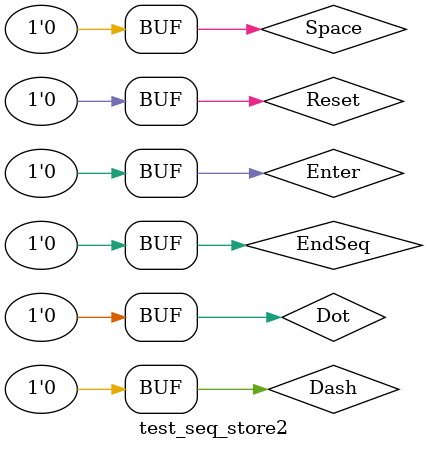
<source format=v>
`timescale 1ns / 1ps

module test_seq_store2();
    reg Dot, Dash, Space, EndSeq, Enter;
    wire [2:0] Signals;
    morse_code_encoder MCE(Dot, Dash, Space, EndSeq, Signals);
    reg Clear, Reset;
    wire [9:0] EncSeq;
    wire Space_EndSeqbar, SentFlagPP;
    sequence_producer SP (Signals, Clear, Reset, EncSeq, Space_EndSeqbar, SentFlagPP);
    wire sentFlagSS;
    wire [9:0] FirstSeq, SecSeq;
    sequence_separator SS ( EncSeq, Space_EndSeqbar, SentFlagPP, sentFlagSS, FirstSeq, SecSeq);
    wire [159:0] store_seqs;
    sequence_storage SeqStor (Reset, Enter, sentFlagSS, FirstSeq, SecSeq, store_seqs);
    wire [127:0] translated_characters;
    sequence_translator M_Translator(store_seqs, translated_characters);
    
    initial begin
        Reset = 1'b1; #10
        Reset = 1'b0; #10
        
        //Input sequence will be "ABCD 0"
        
        //Input A
        Dot = 1'b1; #10
        Dot = 1'b0; #10
        
        Dash = 1'b1; #10
        Dash = 1'b0; #10
        
        EndSeq = 1'b1; #10
        EndSeq = 1'b0; #10
        
        //Input B
        Dash = 1'b1; #10
        Dash = 1'b0; #10
        
        Dot = 1'b1; #10
        Dot = 1'b0; #10
        
        Dot = 1'b1; #10
        Dot = 1'b0; #10
        
        Dot = 1'b1; #10
        Dot = 1'b0; #10
        
        EndSeq = 1'b1; #10
        EndSeq = 1'b0; #10
        
        //Input Space
        Space = 1'b1; #10
        Space = 1'b0; #10
        
        //Input C
        Dash = 1'b1; #10
        Dash = 1'b0; #10
        
        Dot = 1'b1; #10
        Dot = 1'b0; #10
        
        Dash = 1'b1; #10
        Dash = 1'b0; #10
        
        Dot = 1'b1; #10
        Dot = 1'b0; #10
        
        EndSeq = 1'b1; #10
        EndSeq = 1'b0; #10
        
        //Input D
        Dash = 1'b1; #10
        Dash = 1'b0; #10
        
        Dot = 1'b1; #10
        Dot = 1'b0; #10
        
        Dot = 1'b1; #10
        Dot = 1'b0; #10
        
        EndSeq = 1'b1; #10
        EndSeq = 1'b0; #10
        
        //Input 1
        Dot = 1'b1; #10
        Dot = 1'b0; #10
        
        Dash = 1'b1; #10
        Dash = 1'b0; #10
        
        Dash = 1'b1; #10
        Dash = 1'b0; #10
        
        Dash = 1'b1; #10
        Dash = 1'b0; #10
        
        Dash = 1'b1; #10
        Dash = 1'b0; #10
        
        EndSeq = 1'b1; #10
        EndSeq = 1'b0; #10

        //Input E
        Dot = 1'b1; #10
        Dot = 1'b0; #10
        
        EndSeq = 1'b1; #10
        EndSeq = 1'b0; #10
        
        //Input E
        Dot = 1'b1; #10
        Dot = 1'b0; #10
        
        EndSeq = 1'b1; #10
        EndSeq = 1'b0; #10
        
        //Input E
        Dot = 1'b1; #10
        Dot = 1'b0; #10
        
        EndSeq = 1'b1; #10
        EndSeq = 1'b0; #10
        
        //Input E
        Dot = 1'b1; #10
        Dot = 1'b0; #10
        
        EndSeq = 1'b1; #10
        EndSeq = 1'b0; #10
        
        //Input E
        Dot = 1'b1; #10
        Dot = 1'b0; #10
        
        EndSeq = 1'b1; #10
        EndSeq = 1'b0; #10
        
        //Input E
        Dot = 1'b1; #10
        Dot = 1'b0; #10
        
        EndSeq = 1'b1; #10
        EndSeq = 1'b0; #10
        
        //Input E
        Dot = 1'b1; #10
        Dot = 1'b0; #10
        
        EndSeq = 1'b1; #10
        EndSeq = 1'b0; #10
        
        //Input E
        Dot = 1'b1; #10
        Dot = 1'b0; #10
        
        EndSeq = 1'b1; #10
        EndSeq = 1'b0; #10
        
        //Input E
        Dot = 1'b1; #10
        Dot = 1'b0; #10
        
        EndSeq = 1'b1; #10
        EndSeq = 1'b0; #10
        
        //Input E
        Dot = 1'b1; #10
        Dot = 1'b0; #10
        
        EndSeq = 1'b1; #10
        EndSeq = 1'b0; #10
        
        //Input S
        Dot = 1'b1; #10
        Dot = 1'b0; #10
        
        Dot = 1'b1; #10
        Dot = 1'b0; #10
        
        Dot = 1'b1; #10
        Dot = 1'b0; #10
        
        EndSeq = 1'b1; #10
        EndSeq = 1'b0; #10
        
        //Enter
        Enter = 1'b1; #10
        Enter = 1'b0; #10;
        
    end
endmodule
</source>
